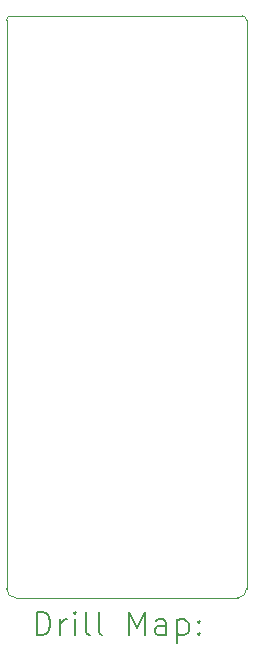
<source format=gbr>
%TF.GenerationSoftware,KiCad,Pcbnew,7.0.9-7.0.9~ubuntu20.04.1*%
%TF.CreationDate,2023-12-17T15:18:54+01:00*%
%TF.ProjectId,kicad-pmod_rs485,6b696361-642d-4706-9d6f-645f72733438,rev?*%
%TF.SameCoordinates,Original*%
%TF.FileFunction,Drillmap*%
%TF.FilePolarity,Positive*%
%FSLAX45Y45*%
G04 Gerber Fmt 4.5, Leading zero omitted, Abs format (unit mm)*
G04 Created by KiCad (PCBNEW 7.0.9-7.0.9~ubuntu20.04.1) date 2023-12-17 15:18:54*
%MOMM*%
%LPD*%
G01*
G04 APERTURE LIST*
%ADD10C,0.100000*%
%ADD11C,0.200000*%
G04 APERTURE END LIST*
D10*
X11760200Y-6159500D02*
X11760200Y-10972800D01*
X13716000Y-11049000D02*
G75*
G03*
X13792200Y-10972800I0J76200D01*
G01*
X13754100Y-6121400D02*
X11798300Y-6121400D01*
X11760200Y-10972800D02*
G75*
G03*
X11836400Y-11049000I76200J0D01*
G01*
X11798300Y-6121400D02*
G75*
G03*
X11760200Y-6159500I0J-38100D01*
G01*
X13792200Y-6159500D02*
G75*
G03*
X13754100Y-6121400I-38100J0D01*
G01*
X13792200Y-10972800D02*
X13792200Y-6159500D01*
X11836400Y-11049000D02*
X13716000Y-11049000D01*
D11*
X12015977Y-11365484D02*
X12015977Y-11165484D01*
X12015977Y-11165484D02*
X12063596Y-11165484D01*
X12063596Y-11165484D02*
X12092167Y-11175008D01*
X12092167Y-11175008D02*
X12111215Y-11194055D01*
X12111215Y-11194055D02*
X12120739Y-11213103D01*
X12120739Y-11213103D02*
X12130262Y-11251198D01*
X12130262Y-11251198D02*
X12130262Y-11279769D01*
X12130262Y-11279769D02*
X12120739Y-11317865D01*
X12120739Y-11317865D02*
X12111215Y-11336912D01*
X12111215Y-11336912D02*
X12092167Y-11355960D01*
X12092167Y-11355960D02*
X12063596Y-11365484D01*
X12063596Y-11365484D02*
X12015977Y-11365484D01*
X12215977Y-11365484D02*
X12215977Y-11232150D01*
X12215977Y-11270246D02*
X12225501Y-11251198D01*
X12225501Y-11251198D02*
X12235024Y-11241674D01*
X12235024Y-11241674D02*
X12254072Y-11232150D01*
X12254072Y-11232150D02*
X12273120Y-11232150D01*
X12339786Y-11365484D02*
X12339786Y-11232150D01*
X12339786Y-11165484D02*
X12330262Y-11175008D01*
X12330262Y-11175008D02*
X12339786Y-11184531D01*
X12339786Y-11184531D02*
X12349310Y-11175008D01*
X12349310Y-11175008D02*
X12339786Y-11165484D01*
X12339786Y-11165484D02*
X12339786Y-11184531D01*
X12463596Y-11365484D02*
X12444548Y-11355960D01*
X12444548Y-11355960D02*
X12435024Y-11336912D01*
X12435024Y-11336912D02*
X12435024Y-11165484D01*
X12568358Y-11365484D02*
X12549310Y-11355960D01*
X12549310Y-11355960D02*
X12539786Y-11336912D01*
X12539786Y-11336912D02*
X12539786Y-11165484D01*
X12796929Y-11365484D02*
X12796929Y-11165484D01*
X12796929Y-11165484D02*
X12863596Y-11308341D01*
X12863596Y-11308341D02*
X12930262Y-11165484D01*
X12930262Y-11165484D02*
X12930262Y-11365484D01*
X13111215Y-11365484D02*
X13111215Y-11260722D01*
X13111215Y-11260722D02*
X13101691Y-11241674D01*
X13101691Y-11241674D02*
X13082643Y-11232150D01*
X13082643Y-11232150D02*
X13044548Y-11232150D01*
X13044548Y-11232150D02*
X13025501Y-11241674D01*
X13111215Y-11355960D02*
X13092167Y-11365484D01*
X13092167Y-11365484D02*
X13044548Y-11365484D01*
X13044548Y-11365484D02*
X13025501Y-11355960D01*
X13025501Y-11355960D02*
X13015977Y-11336912D01*
X13015977Y-11336912D02*
X13015977Y-11317865D01*
X13015977Y-11317865D02*
X13025501Y-11298817D01*
X13025501Y-11298817D02*
X13044548Y-11289293D01*
X13044548Y-11289293D02*
X13092167Y-11289293D01*
X13092167Y-11289293D02*
X13111215Y-11279769D01*
X13206453Y-11232150D02*
X13206453Y-11432150D01*
X13206453Y-11241674D02*
X13225501Y-11232150D01*
X13225501Y-11232150D02*
X13263596Y-11232150D01*
X13263596Y-11232150D02*
X13282643Y-11241674D01*
X13282643Y-11241674D02*
X13292167Y-11251198D01*
X13292167Y-11251198D02*
X13301691Y-11270246D01*
X13301691Y-11270246D02*
X13301691Y-11327388D01*
X13301691Y-11327388D02*
X13292167Y-11346436D01*
X13292167Y-11346436D02*
X13282643Y-11355960D01*
X13282643Y-11355960D02*
X13263596Y-11365484D01*
X13263596Y-11365484D02*
X13225501Y-11365484D01*
X13225501Y-11365484D02*
X13206453Y-11355960D01*
X13387405Y-11346436D02*
X13396929Y-11355960D01*
X13396929Y-11355960D02*
X13387405Y-11365484D01*
X13387405Y-11365484D02*
X13377882Y-11355960D01*
X13377882Y-11355960D02*
X13387405Y-11346436D01*
X13387405Y-11346436D02*
X13387405Y-11365484D01*
X13387405Y-11241674D02*
X13396929Y-11251198D01*
X13396929Y-11251198D02*
X13387405Y-11260722D01*
X13387405Y-11260722D02*
X13377882Y-11251198D01*
X13377882Y-11251198D02*
X13387405Y-11241674D01*
X13387405Y-11241674D02*
X13387405Y-11260722D01*
M02*

</source>
